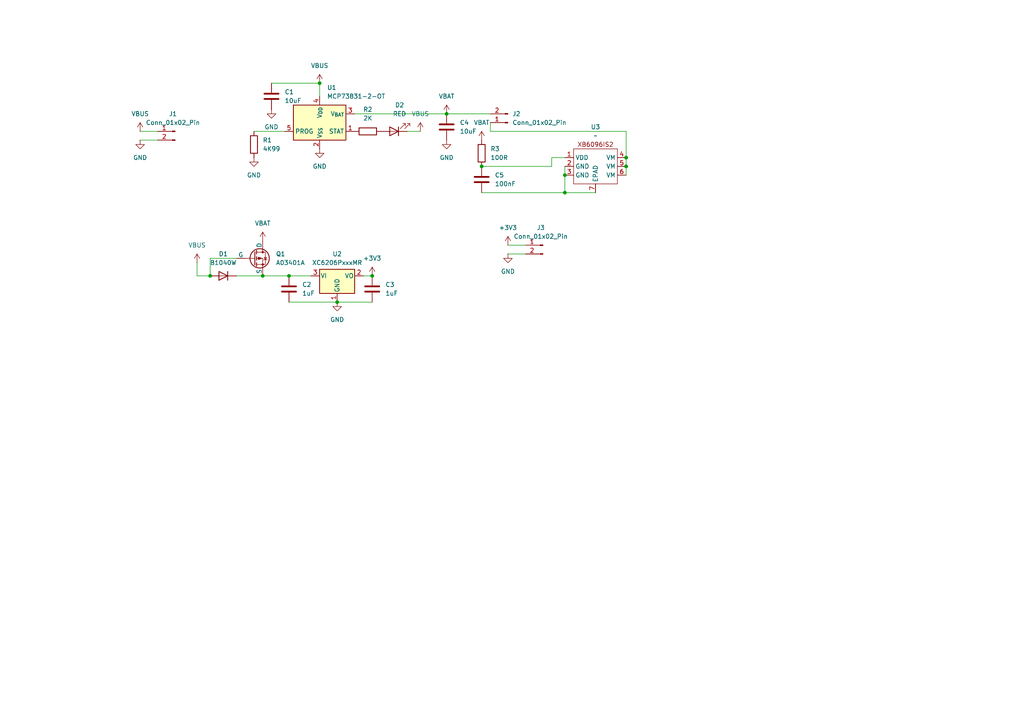
<source format=kicad_sch>
(kicad_sch (version 20241004) (generator "eeschema") (generator_version "8.99")
  (paper "A4")
  (lib_symbols
    (symbol "Battery_Management:MCP73831-2-OT"
      (property "Reference" "U" (at -7.62 6.35 0))
      (property "Value" "MCP73831-2-OT" (at 1.27 6.35 0))
      (symbol "MCP73831-2-OT_0_1"
        (rectangle (start -7.62 5.08) (end 7.62 -5.08) (stroke (width 0.254)) (fill (type background)))
      )
      (symbol "MCP73831-2-OT_1_1"
        (pin input line (at -10.16 -2.54 0) (length 2.54) (name "PROG") (number "5"))
        (pin power_in line (at 0 7.62 270) (length 2.54) (name "V_{DD}") (number "4"))
        (pin power_in line (at 0 -7.62 90) (length 2.54) (name "V_{SS}") (number "2"))
        (pin power_out line (at 10.16 2.54 180) (length 2.54) (name "V_{BAT}") (number "3"))
        (pin tri_state line (at 10.16 -2.54 180) (length 2.54) (name "STAT") (number "1"))
      )
    )
    (symbol "Connector:Conn_01x02_Pin" (pin_names (offset 1.016) (hide yes))
      (property "Reference" "J" (at 0 2.54 0))
      (property "Value" "Conn_01x02_Pin" (at 0 -5.08 0))
      (symbol "Conn_01x02_Pin_1_1"
        (rectangle (start 0.8636 0.127) (end 0 -0.127) (stroke (width 0.1524)) (fill (type outline)))
        (rectangle (start 0.8636 -2.413) (end 0 -2.667) (stroke (width 0.1524)) (fill (type outline)))
        (polyline (pts (xy 1.27 0) (xy 0.8636 0)) (stroke (width 0.1524)))
        (polyline (pts (xy 1.27 -2.54) (xy 0.8636 -2.54)) (stroke (width 0.1524)))
        (pin passive line (at 5.08 0 180) (length 3.81) (name "Pin_1") (number "1"))
        (pin passive line (at 5.08 -2.54 180) (length 3.81) (name "Pin_2") (number "2"))
      )
    )
    (symbol "Device:C" (pin_numbers (hide yes)) (pin_names (offset 0.254))
      (property "Reference" "C" (at 0.635 2.54 0))
      (property "Value" "C" (at 0.635 -2.54 0))
      (symbol "C_0_1"
        (polyline (pts (xy -2.032 0.762) (xy 2.032 0.762)) (stroke (width 0.508)))
        (polyline (pts (xy -2.032 -0.762) (xy 2.032 -0.762)) (stroke (width 0.508)))
      )
      (symbol "C_1_1"
        (pin passive line (at 0 3.81 270) (length 2.794) (name "~") (number "1"))
        (pin passive line (at 0 -3.81 90) (length 2.794) (name "~") (number "2"))
      )
    )
    (symbol "Device:D" (pin_numbers (hide yes)) (pin_names (offset 1.016) (hide yes))
      (property "Reference" "D" (at 0 2.54 0))
      (property "Value" "D" (at 0 -2.54 0))
      (symbol "D_0_1"
        (polyline (pts (xy -1.27 1.27) (xy -1.27 -1.27)) (stroke (width 0.254)))
        (polyline (pts (xy 1.27 1.27) (xy 1.27 -1.27) (xy -1.27 0) (xy 1.27 1.27)) (stroke (width 0.254)))
        (polyline (pts (xy 1.27 0) (xy -1.27 0)))
      )
      (symbol "D_1_1"
        (pin passive line (at -3.81 0 0) (length 2.54) (name "K") (number "1"))
        (pin passive line (at 3.81 0 180) (length 2.54) (name "A") (number "2"))
      )
    )
    (symbol "Device:LED" (pin_numbers (hide yes)) (pin_names (offset 1.016) (hide yes))
      (property "Reference" "D" (at 0 2.54 0))
      (property "Value" "LED" (at 0 -2.54 0))
      (symbol "LED_0_1"
        (polyline (pts (xy -3.048 -0.762) (xy -4.572 -2.286) (xy -3.81 -2.286) (xy -4.572 -2.286) (xy -4.572 -1.524)))
        (polyline (pts (xy -1.778 -0.762) (xy -3.302 -2.286) (xy -2.54 -2.286) (xy -3.302 -2.286) (xy -3.302 -1.524)))
        (polyline (pts (xy -1.27 0) (xy 1.27 0)))
        (polyline (pts (xy -1.27 -1.27) (xy -1.27 1.27)) (stroke (width 0.254)))
        (polyline (pts (xy 1.27 -1.27) (xy 1.27 1.27) (xy -1.27 0) (xy 1.27 -1.27)) (stroke (width 0.254)))
      )
      (symbol "LED_1_1"
        (pin passive line (at -3.81 0 0) (length 2.54) (name "K") (number "1"))
        (pin passive line (at 3.81 0 180) (length 2.54) (name "A") (number "2"))
      )
    )
    (symbol "Device:R" (pin_numbers (hide yes)) (pin_names (offset 0))
      (property "Reference" "R" (at 2.032 0 90))
      (property "Value" "R" (at 0 0 90))
      (symbol "R_0_1"
        (rectangle (start -1.016 -2.54) (end 1.016 2.54) (stroke (width 0.254)))
      )
      (symbol "R_1_1"
        (pin passive line (at 0 3.81 270) (length 1.27) (name "~") (number "1"))
        (pin passive line (at 0 -3.81 90) (length 1.27) (name "~") (number "2"))
      )
    )
    (symbol "Regulator_Linear:XC6206PxxxMR" (pin_names (offset 0.254))
      (property "Reference" "U" (at -3.81 3.175 0))
      (property "Value" "XC6206PxxxMR" (at 0 3.175 0))
      (symbol "XC6206PxxxMR_0_1"
        (rectangle (start -5.08 1.905) (end 5.08 -5.08) (stroke (width 0.254)) (fill (type background)))
      )
      (symbol "XC6206PxxxMR_1_1"
        (pin power_in line (at -7.62 0 0) (length 2.54) (name "VI") (number "3"))
        (pin power_in line (at 0 -7.62 90) (length 2.54) (name "GND") (number "1"))
        (pin power_out line (at 7.62 0 180) (length 2.54) (name "VO") (number "2"))
      )
    )
    (symbol "Simulation_SPICE:PMOS" (pin_numbers (hide yes)) (pin_names (offset 0))
      (property "Reference" "Q" (at 5.08 1.27 0))
      (property "Value" "PMOS" (at 5.08 -1.27 0))
      (symbol "PMOS_0_1"
        (polyline (pts (xy 0.254 1.905) (xy 0.254 -1.905)) (stroke (width 0.254)))
        (polyline (pts (xy 0.254 0) (xy -2.54 0)))
        (polyline (pts (xy 0.762 2.286) (xy 0.762 1.27)) (stroke (width 0.254)))
        (polyline (pts (xy 0.762 1.778) (xy 3.302 1.778) (xy 3.302 -1.778) (xy 0.762 -1.778)))
        (polyline (pts (xy 0.762 0.508) (xy 0.762 -0.508)) (stroke (width 0.254)))
        (polyline (pts (xy 0.762 -1.27) (xy 0.762 -2.286)) (stroke (width 0.254)))
        (circle (center 1.651 0) (radius 2.794) (stroke (width 0.254)))
        (polyline (pts (xy 2.286 0) (xy 1.27 0.381) (xy 1.27 -0.381) (xy 2.286 0)) (fill (type outline)))
        (polyline (pts (xy 2.54 2.54) (xy 2.54 1.778)))
        (circle (center 2.54 1.778) (radius 0.254) (fill (type outline)))
        (circle (center 2.54 -1.778) (radius 0.254) (fill (type outline)))
        (polyline (pts (xy 2.54 -2.54) (xy 2.54 0) (xy 0.762 0)))
        (polyline (pts (xy 2.794 -0.508) (xy 2.921 -0.381) (xy 3.683 -0.381) (xy 3.81 -0.254)))
        (polyline (pts (xy 3.302 -0.381) (xy 2.921 0.254) (xy 3.683 0.254) (xy 3.302 -0.381)))
      )
      (symbol "PMOS_1_1"
        (pin input line (at -5.08 0 0) (length 2.54) (name "G") (number "2"))
        (pin passive line (at 2.54 5.08 270) (length 2.54) (name "D") (number "1"))
        (pin passive line (at 2.54 -5.08 90) (length 2.54) (name "S") (number "3"))
      )
    )
    (symbol "bms:XB6096I2S"
      (property "Reference" "U" (at 0 -0.762 0))
      (symbol "XB6096I2S_0_0"
        (pin power_in line (at -8.89 -6.35 0) (length 2.54) (name "VDD") (number "1"))
        (pin unspecified line (at -8.89 -8.89 0) (length 2.54) (name "GND") (number "2"))
        (pin unspecified line (at -8.89 -11.43 0) (length 2.54) (name "GND") (number "3"))
        (pin unspecified line (at 0 -16.51 90) (length 2.54) (name "EPAD") (number "7"))
        (pin unspecified line (at 8.89 -6.35 180) (length 2.54) (name "VM") (number "4"))
        (pin unspecified line (at 8.89 -8.89 180) (length 2.54) (name "VM") (number "5"))
        (pin unspecified line (at 8.89 -11.43 180) (length 2.54) (name "VM") (number "6"))
      )
      (symbol "XB6096I2S_0_1"
        (rectangle (start 6.35 -3.81) (end -6.35 -13.97))
      )
      (symbol "XB6096I2S_1_1"
        (text "XB6096IS2" (at 0 -2.54 0) (effects (font (size 1.27 1.27))))
      )
    )
    (symbol "power:+3V3" (power) (pin_numbers (hide yes)) (pin_names (offset 0) (hide yes))
      (property "Value" "+3V3" (at 0 3.556 0))
      (symbol "+3V3_0_1"
        (polyline (pts (xy -0.762 1.27) (xy 0 2.54)))
        (polyline (pts (xy 0 2.54) (xy 0.762 1.27)))
        (polyline (pts (xy 0 0) (xy 0 2.54)))
      )
      (symbol "+3V3_1_1"
        (pin power_in line (at 0 0 90) (length 0) (name "~") (number "1"))
      )
    )
    (symbol "power:GND" (power) (pin_numbers (hide yes)) (pin_names (offset 0) (hide yes))
      (property "Value" "GND" (at 0 -3.81 0))
      (symbol "GND_0_1"
        (polyline (pts (xy 0 0) (xy 0 -1.27) (xy 1.27 -1.27) (xy 0 -2.54) (xy -1.27 -1.27) (xy 0 -1.27)))
      )
      (symbol "GND_1_1"
        (pin power_in line (at 0 0 270) (length 0) (name "~") (number "1"))
      )
    )
    (symbol "power:VBUS" (power) (pin_numbers (hide yes)) (pin_names (offset 0) (hide yes))
      (property "Value" "VBUS" (at 0 3.556 0))
      (symbol "VBUS_0_1"
        (polyline (pts (xy -0.762 1.27) (xy 0 2.54)))
        (polyline (pts (xy 0 2.54) (xy 0.762 1.27)))
        (polyline (pts (xy 0 0) (xy 0 2.54)))
      )
      (symbol "VBUS_1_1"
        (pin power_in line (at 0 0 90) (length 0) (name "~") (number "1"))
      )
    )
    (symbol "power:VCC" (power) (pin_numbers (hide yes)) (pin_names (offset 0) (hide yes))
      (property "Value" "VCC" (at 0 3.556 0))
      (symbol "VCC_0_1"
        (polyline (pts (xy -0.762 1.27) (xy 0 2.54)))
        (polyline (pts (xy 0 2.54) (xy 0.762 1.27)))
        (polyline (pts (xy 0 0) (xy 0 2.54)))
      )
      (symbol "VCC_1_1"
        (pin power_in line (at 0 0 90) (length 0) (name "~") (number "1"))
      )
    )
  )
  (junction (at 107.95 80.01))
  (junction (at 163.83 55.88))
  (junction (at 83.82 80.01))
  (junction (at 181.61 45.72))
  (junction (at 97.79 87.63))
  (junction (at 181.61 48.26))
  (junction (at 76.2 80.01))
  (junction (at 129.54 33.02))
  (junction (at 92.71 24.13))
  (junction (at 60.96 80.01))
  (junction (at 163.83 50.8))
  (junction (at 139.7 48.26))
  (wire (pts (xy 152.4 71.12) (xy 147.32 71.12)))
  (wire (pts (xy 181.61 38.1) (xy 142.24 38.1)))
  (wire (pts (xy 68.58 74.93) (xy 60.96 74.93)))
  (wire (pts (xy 163.83 50.8) (xy 163.83 55.88)))
  (wire (pts (xy 57.15 80.01) (xy 60.96 80.01)))
  (wire (pts (xy 163.83 55.88) (xy 172.72 55.88)))
  (wire (pts (xy 121.92 38.1) (xy 118.11 38.1)))
  (wire (pts (xy 181.61 50.8) (xy 181.61 48.26)))
  (wire (pts (xy 57.15 76.2) (xy 57.15 80.01)))
  (wire (pts (xy 107.95 80.01) (xy 105.41 80.01)))
  (wire (pts (xy 76.2 80.01) (xy 83.82 80.01)))
  (wire (pts (xy 142.24 38.1) (xy 142.24 35.56)))
  (wire (pts (xy 160.02 45.72) (xy 160.02 48.26)))
  (wire (pts (xy 152.4 73.66) (xy 147.32 73.66)))
  (wire (pts (xy 45.72 40.64) (xy 40.64 40.64)))
  (wire (pts (xy 60.96 74.93) (xy 60.96 80.01)))
  (wire (pts (xy 139.7 55.88) (xy 163.83 55.88)))
  (wire (pts (xy 129.54 33.02) (xy 142.24 33.02)))
  (wire (pts (xy 163.83 45.72) (xy 160.02 45.72)))
  (wire (pts (xy 83.82 80.01) (xy 90.17 80.01)))
  (wire (pts (xy 181.61 48.26) (xy 181.61 45.72)))
  (wire (pts (xy 73.66 38.1) (xy 82.55 38.1)))
  (wire (pts (xy 163.83 48.26) (xy 163.83 50.8)))
  (wire (pts (xy 78.74 24.13) (xy 92.71 24.13)))
  (wire (pts (xy 129.54 33.02) (xy 102.87 33.02)))
  (wire (pts (xy 92.71 27.94) (xy 92.71 24.13)))
  (wire (pts (xy 83.82 87.63) (xy 97.79 87.63)))
  (wire (pts (xy 181.61 45.72) (xy 181.61 38.1)))
  (wire (pts (xy 68.58 80.01) (xy 76.2 80.01)))
  (wire (pts (xy 45.72 38.1) (xy 40.64 38.1)))
  (wire (pts (xy 97.79 87.63) (xy 107.95 87.63)))
  (wire (pts (xy 160.02 48.26) (xy 139.7 48.26)))
  (symbol (lib_id "Device:C") (at 78.74 27.94 0) (unit 1)
    (property "Reference" "C1" (at 82.55 26.6699 0) (effects (justify left)))
    (property "Value" "10uF" (at 82.55 29.2099 0) (effects (justify left)))
    (property "Footprint" "Capacitor_SMD:C_0402_1005Metric" (effects (hide yes)))
    (property "Description" "Unpolarized capacitor" (effects (hide yes)))
  )
  (symbol (lib_id "power:VBUS") (at 57.15 76.2 0) (unit 1)
    (property "Reference" "#PWR03" (effects (hide yes)))
    (property "Value" "VBUS" (at 57.15 71.12 0))
    (property "Description" "Power symbol creates a global label with name \"VBUS\"" (effects (hide yes)))
  )
  (symbol (lib_id "power:+3V3") (at 147.32 71.12 0) (unit 1)
    (property "Reference" "#PWR015" (effects (hide yes)))
    (property "Value" "+3V3" (at 147.32 66.04 0))
    (property "Description" "Power symbol creates a global label with name \"+3V3\"" (effects (hide yes)))
  )
  (symbol (lib_id "power:VCC") (at 129.54 33.02 0) (unit 1)
    (property "Reference" "#PWR012" (effects (hide yes)))
    (property "Value" "VBAT" (at 129.54 27.94 0))
    (property "Description" "Power symbol creates a global label with name \"VCC\"" (effects (hide yes)))
  )
  (symbol (lib_id "Connector:Conn_01x02_Pin") (at 50.8 38.1 0) (mirror y) (unit 1)
    (property "Reference" "J1" (at 50.165 33.02 0))
    (property "Value" "Conn_01x02_Pin" (at 50.165 35.56 0))
    (property "Footprint" "Connector_PinHeader_1.27mm:PinHeader_1x02_P1.27mm_Vertical" (effects (hide yes)))
    (property "Description" "Generic connector, single row, 01x02, script generated" (effects (hide yes)))
  )
  (symbol (lib_id "power:+3V3") (at 107.95 80.01 0) (unit 1)
    (property "Reference" "#PWR010" (effects (hide yes)))
    (property "Value" "+3V3" (at 107.95 74.93 0))
    (property "Description" "Power symbol creates a global label with name \"+3V3\"" (effects (hide yes)))
  )
  (symbol (lib_id "power:GND") (at 73.66 45.72 0) (unit 1)
    (property "Reference" "#PWR04" (effects (hide yes)))
    (property "Value" "GND" (at 73.66 50.8 0))
    (property "Description" "Power symbol creates a global label with name \"GND\" , ground" (effects (hide yes)))
  )
  (symbol (lib_id "Simulation_SPICE:PMOS") (at 73.66 74.93 0) (unit 1)
    (property "Reference" "Q1" (at 80.01 73.6599 0) (effects (justify left)))
    (property "Value" "A03401A" (at 80.01 76.1999 0) (effects (justify left)))
    (property "Footprint" "Package_TO_SOT_SMD:TSOT-23" (effects (hide yes)))
    (property "Datasheet" "https://ngspice.sourceforge.io/docs/ngspice-html-manual/manual.xhtml#cha_MOSFETs" (effects (hide yes)))
    (property "Description" "P-MOSFET transistor, drain/source/gate" (effects (hide yes)))
    (property "Sim.Device" "PMOS" (effects (hide yes)))
    (property "Sim.Type" "VDMOS" (effects (hide yes)))
    (property "Sim.Pins" "1=D 2=G 3=S" (effects (hide yes)))
  )
  (symbol (lib_id "power:GND") (at 40.64 40.64 0) (unit 1)
    (property "Reference" "#PWR02" (effects (hide yes)))
    (property "Value" "GND" (at 40.64 45.72 0))
    (property "Description" "Power symbol creates a global label with name \"GND\" , ground" (effects (hide yes)))
  )
  (symbol (lib_id "Device:R") (at 73.66 41.91 0) (unit 1)
    (property "Reference" "R1" (at 76.2 40.6399 0) (effects (justify left)))
    (property "Value" "4K99" (at 76.2 43.1799 0) (effects (justify left)))
    (property "Footprint" "Resistor_SMD:R_0402_1005Metric" (effects (hide yes)))
    (property "Description" "Resistor" (effects (hide yes)))
  )
  (symbol (lib_id "power:GND") (at 78.74 31.75 0) (unit 1)
    (property "Reference" "#PWR06" (effects (hide yes)))
    (property "Value" "GND" (at 78.74 36.83 0))
    (property "Description" "Power symbol creates a global label with name \"GND\" , ground" (effects (hide yes)))
  )
  (symbol (lib_id "Regulator_Linear:XC6206PxxxMR") (at 97.79 80.01 0) (unit 1)
    (property "Reference" "U2" (at 97.79 73.66 0))
    (property "Value" "XC6206PxxxMR" (at 97.79 76.2 0))
    (property "Footprint" "Package_TO_SOT_SMD:SOT-23-3" (effects (hide yes)))
    (property "Datasheet" "https://www.torexsemi.com/file/xc6206/XC6206.pdf" (effects (hide yes)))
    (property "Description" "Positive 60-250mA Low Dropout Regulator, Fixed Output, SOT-23" (effects (hide yes)))
  )
  (symbol (lib_id "Device:C") (at 139.7 52.07 0) (unit 1)
    (property "Reference" "C5" (at 143.51 50.7999 0) (effects (justify left)))
    (property "Value" "100nF" (at 143.51 53.3399 0) (effects (justify left)))
    (property "Footprint" "Capacitor_SMD:C_0402_1005Metric" (effects (hide yes)))
    (property "Description" "Unpolarized capacitor" (effects (hide yes)))
  )
  (symbol (lib_id "power:GND") (at 129.54 40.64 0) (unit 1)
    (property "Reference" "#PWR013" (effects (hide yes)))
    (property "Value" "GND" (at 129.54 45.72 0))
    (property "Description" "Power symbol creates a global label with name \"GND\" , ground" (effects (hide yes)))
  )
  (symbol (lib_id "power:VBUS") (at 121.92 38.1 0) (unit 1)
    (property "Reference" "#PWR011" (effects (hide yes)))
    (property "Value" "VBUS" (at 121.92 33.02 0))
    (property "Description" "Power symbol creates a global label with name \"VBUS\"" (effects (hide yes)))
  )
  (symbol (lib_id "Device:D") (at 64.77 80.01 180) (unit 1)
    (property "Reference" "D1" (at 64.77 73.66 0))
    (property "Value" "B1040W" (at 64.77 76.2 0))
    (property "Footprint" "Diode_SMD:D_SOD-123" (effects (hide yes)))
    (property "Description" "Diode" (effects (hide yes)))
    (property "Sim.Device" "D" (effects (hide yes)))
    (property "Sim.Pins" "1=K 2=A" (effects (hide yes)))
  )
  (symbol (lib_id "Device:C") (at 83.82 83.82 0) (unit 1)
    (property "Reference" "C2" (at 87.63 82.5499 0) (effects (justify left)))
    (property "Value" "1uF" (at 87.63 85.0899 0) (effects (justify left)))
    (property "Footprint" "Capacitor_SMD:C_0402_1005Metric" (effects (hide yes)))
    (property "Description" "Unpolarized capacitor" (effects (hide yes)))
  )
  (symbol (lib_id "power:VBUS") (at 40.64 38.1 0) (unit 1)
    (property "Reference" "#PWR01" (effects (hide yes)))
    (property "Value" "VBUS" (at 40.64 33.02 0))
    (property "Description" "Power symbol creates a global label with name \"VBUS\"" (effects (hide yes)))
  )
  (symbol (lib_id "power:VCC") (at 139.7 40.64 0) (unit 1)
    (property "Reference" "#PWR014" (effects (hide yes)))
    (property "Value" "VBAT" (at 139.7 35.56 0))
    (property "Description" "Power symbol creates a global label with name \"VCC\"" (effects (hide yes)))
  )
  (symbol (lib_id "power:GND") (at 147.32 73.66 0) (unit 1)
    (property "Reference" "#PWR016" (effects (hide yes)))
    (property "Value" "GND" (at 147.32 78.74 0))
    (property "Description" "Power symbol creates a global label with name \"GND\" , ground" (effects (hide yes)))
  )
  (symbol (lib_id "Connector:Conn_01x02_Pin") (at 157.48 71.12 0) (mirror y) (unit 1)
    (property "Reference" "J3" (at 156.845 66.04 0))
    (property "Value" "Conn_01x02_Pin" (at 156.845 68.58 0))
    (property "Footprint" "Connector_PinHeader_1.27mm:PinHeader_1x02_P1.27mm_Vertical" (effects (hide yes)))
    (property "Description" "Generic connector, single row, 01x02, script generated" (effects (hide yes)))
  )
  (symbol (lib_id "power:GND") (at 97.79 87.63 0) (unit 1)
    (property "Reference" "#PWR09" (effects (hide yes)))
    (property "Value" "GND" (at 97.79 92.71 0))
    (property "Description" "Power symbol creates a global label with name \"GND\" , ground" (effects (hide yes)))
  )
  (symbol (lib_id "Device:R") (at 106.68 38.1 90) (unit 1)
    (property "Reference" "R2" (at 106.68 31.75 90))
    (property "Value" "2K" (at 106.68 34.29 90))
    (property "Footprint" "Resistor_SMD:R_0402_1005Metric" (effects (hide yes)))
    (property "Description" "Resistor" (effects (hide yes)))
  )
  (symbol (lib_id "power:GND") (at 92.71 43.18 0) (unit 1)
    (property "Reference" "#PWR08" (effects (hide yes)))
    (property "Value" "GND" (at 92.71 48.26 0))
    (property "Description" "Power symbol creates a global label with name \"GND\" , ground" (effects (hide yes)))
  )
  (symbol (lib_id "power:VCC") (at 76.2 69.85 0) (unit 1)
    (property "Reference" "#PWR05" (effects (hide yes)))
    (property "Value" "VBAT" (at 76.2 64.77 0))
    (property "Description" "Power symbol creates a global label with name \"VCC\"" (effects (hide yes)))
  )
  (symbol (lib_id "Battery_Management:MCP73831-2-OT") (at 92.71 35.56 0) (unit 1)
    (property "Reference" "U1" (at 94.8533 25.4 0) (effects (justify left)))
    (property "Value" "MCP73831-2-OT" (at 94.8533 27.94 0) (effects (justify left)))
    (property "Footprint" "Package_TO_SOT_SMD:SOT-23-5" (effects (hide yes)))
    (property "Datasheet" "http://ww1.microchip.com/downloads/en/DeviceDoc/20001984g.pdf" (effects (hide yes)))
    (property "Description" "Single cell, Li-Ion/Li-Po charge management controller, 4.20V, Tri-State Status Output, in SOT23-5 package" (effects (hide yes)))
  )
  (symbol (lib_id "Device:R") (at 139.7 44.45 0) (unit 1)
    (property "Reference" "R3" (at 142.24 43.1799 0) (effects (justify left)))
    (property "Value" "100R" (at 142.24 45.7199 0) (effects (justify left)))
    (property "Footprint" "Resistor_SMD:R_0402_1005Metric" (effects (hide yes)))
    (property "Description" "Resistor" (effects (hide yes)))
  )
  (symbol (lib_id "power:VBUS") (at 92.71 24.13 0) (unit 1)
    (property "Reference" "#PWR07" (effects (hide yes)))
    (property "Value" "VBUS" (at 92.71 19.05 0))
    (property "Description" "Power symbol creates a global label with name \"VBUS\"" (effects (hide yes)))
  )
  (symbol (lib_id "Device:LED") (at 114.3 38.1 180) (unit 1)
    (property "Reference" "D2" (at 115.8875 30.48 0))
    (property "Value" "RED" (at 115.8875 33.02 0))
    (property "Footprint" "LED_SMD:LED_0603_1608Metric" (effects (hide yes)))
    (property "Description" "Light emitting diode" (effects (hide yes)))
  )
  (symbol (lib_id "Device:C") (at 129.54 36.83 0) (unit 1)
    (property "Reference" "C4" (at 133.35 35.5599 0) (effects (justify left)))
    (property "Value" "10uF" (at 133.35 38.0999 0) (effects (justify left)))
    (property "Footprint" "Capacitor_SMD:C_0402_1005Metric" (effects (hide yes)))
    (property "Description" "Unpolarized capacitor" (effects (hide yes)))
  )
  (symbol (lib_id "bms:XB6096I2S") (at 172.72 39.37 0) (unit 1)
    (property "Reference" "U3" (at 172.72 36.83 0))
    (property "Value" "~" (at 172.72 39.37 0))
    (property "Footprint" "Package_DFN_QFN:DFN-6-1EP_2x2mm_P0.5mm_EP0.6x1.37mm" (effects (hide yes)))
  )
  (symbol (lib_id "Device:C") (at 107.95 83.82 0) (unit 1)
    (property "Reference" "C3" (at 111.76 82.5499 0) (effects (justify left)))
    (property "Value" "1uF" (at 111.76 85.0899 0) (effects (justify left)))
    (property "Footprint" "Capacitor_SMD:C_0402_1005Metric" (effects (hide yes)))
    (property "Description" "Unpolarized capacitor" (effects (hide yes)))
  )
  (symbol (lib_id "Connector:Conn_01x02_Pin") (at 147.32 35.56 180) (unit 1)
    (property "Reference" "J2" (at 148.59 33.0199 0) (effects (justify right)))
    (property "Value" "Conn_01x02_Pin" (at 148.59 35.5599 0) (effects (justify right)))
    (property "Footprint" "Connector_PinHeader_1.27mm:PinHeader_1x02_P1.27mm_Vertical" (effects (hide yes)))
    (property "Description" "Generic connector, single row, 01x02, script generated" (effects (hide yes)))
  )
)
</source>
